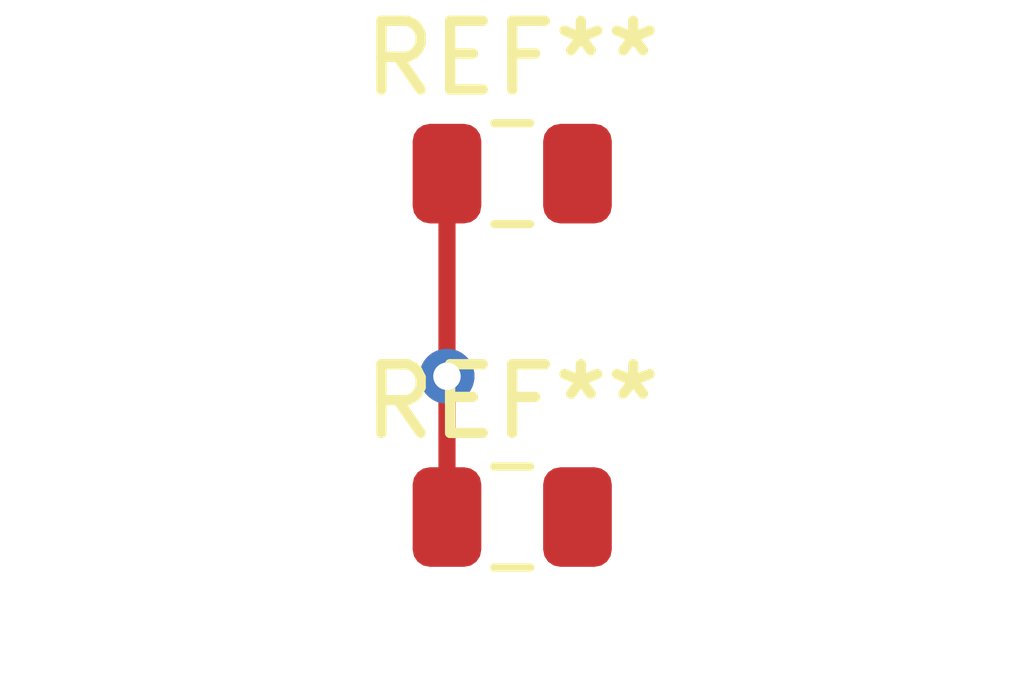
<source format=kicad_pcb>
(kicad_pcb (version 20220225) (generator pcbnew)
  (layers (0 "F.Cu" signal) (31 "B.Cu" signal) (34 "B.Paste" user) (35 "F.Paste" user) (36 "B.SilkS" user "B.Silkscreen") (37 "F.SilkS" user "F.Silkscreen") (38 "B.Mask" user) (39 "F.Mask" user) (44 "Edge.Cuts" user))
  (net 0 "")
  (net 1 "a")
  (footprint "Capacitor_SMD:C_0805_2012Metric" (layer "F.Cu") (at 141 54)
    (fp_text reference "REF**" (at 0 -1.68) (layer "F.SilkS"))
    (fp_text value "C_0805_2012Metric")
    (fp_line (start -0.261252 -0.735) (end 0.261252 -0.735) (stroke (width 0.12)) (layer "F.SilkS"))
    (fp_line (start -0.261252 0.735) (end 0.261252 0.735) (stroke (width 0.12)) (layer "F.SilkS"))
    (pad "1" smd roundrect (at -0.95 0) (size 1 1.45) (layers "F.Cu" "F.Paste" "F.Mask") (net 1 "a"))
    (pad "2" smd roundrect (at 0.95 0) (size 1 1.45) (layers "F.Cu" "F.Paste" "F.Mask"))
  )
  (footprint "Capacitor_SMD:C_0805_2012Metric" (layer "F.Cu") (at 141 59)
    (fp_text reference "REF**" (at 0 -1.68) (layer "F.SilkS"))
    (fp_text value "C_0805_2012Metric")
    (fp_line (start -0.261252 -0.735) (end 0.261252 -0.735) (stroke (width 0.12)) (layer "F.SilkS"))
    (fp_line (start -0.261252 0.735) (end 0.261252 0.735) (stroke (width 0.12)) (layer "F.SilkS"))
    (pad "1" smd roundrect (at -0.95 0) (size 1 1.45) (layers "F.Cu" "F.Paste" "F.Mask") (net 1 "a"))
    (pad "2" smd roundrect (at 0.95 0) (size 1 1.45) (layers "F.Cu" "F.Paste" "F.Mask"))
  )
  (segment (start 140.05 56.95) (end 140.05 54) (width 0.25) (layer "F.Cu") (net 1))
  (segment (start 140.05 59) (end 140.05 56.95) (width 0.25) (layer "F.Cu") (net 1))
  (via (at 140.05 56.95) (size 0.8) (drill 0.4) (layers "F.Cu" "B.Cu") (net 1))
)
</source>
